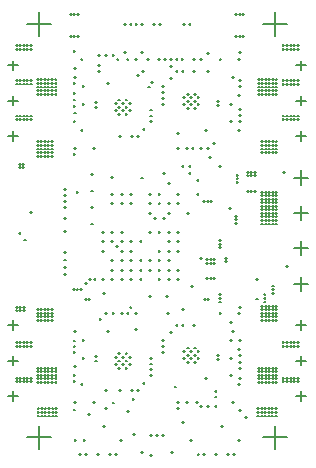
<source format=gbr>
G04*
G04 #@! TF.GenerationSoftware,Altium Limited,Altium Designer,24.1.2 (44)*
G04*
G04 Layer_Color=128*
%FSLAX25Y25*%
%MOIN*%
G70*
G04*
G04 #@! TF.SameCoordinates,8AA45DA3-EFE9-42F3-ADE2-6CCF78DF1A05*
G04*
G04*
G04 #@! TF.FilePolarity,Positive*
G04*
G01*
G75*
%ADD10C,0.00500*%
D10*
X96850Y98425D02*
X101575D01*
X99213Y96063D02*
Y100787D01*
X96850Y86614D02*
X101575D01*
X99213Y84252D02*
Y88976D01*
X7874Y149606D02*
X15748D01*
X11811Y145669D02*
Y153543D01*
X86614Y149606D02*
X94488D01*
X90551Y145669D02*
Y153543D01*
X7874Y11811D02*
X15748D01*
X11811Y7874D02*
Y15748D01*
X86614Y11811D02*
X94488D01*
X90551Y7874D02*
Y15748D01*
X1575Y124016D02*
X4724D01*
X3150Y122441D02*
Y125591D01*
X1575Y112205D02*
X4724D01*
X3150Y110630D02*
Y113779D01*
X1575Y135827D02*
X4724D01*
X3150Y134252D02*
Y137402D01*
X1575Y25591D02*
X4724D01*
X3150Y24016D02*
Y27165D01*
X1575Y49213D02*
X4724D01*
X3150Y47638D02*
Y50787D01*
X1575Y37402D02*
X4724D01*
X3150Y35827D02*
Y38976D01*
X97638Y124016D02*
X100787D01*
X99213Y122441D02*
Y125591D01*
X97638Y135827D02*
X100787D01*
X99213Y134252D02*
Y137402D01*
X97638Y112205D02*
X100787D01*
X99213Y110630D02*
Y113779D01*
X97638Y49213D02*
X100787D01*
X99213Y47638D02*
Y50787D01*
X97638Y25591D02*
X100787D01*
X99213Y24016D02*
Y27165D01*
X97638Y37402D02*
X100787D01*
X99213Y35827D02*
Y38976D01*
X96850Y74803D02*
X101575D01*
X99213Y72441D02*
Y77165D01*
X96850Y62992D02*
X101575D01*
X99213Y60630D02*
Y65354D01*
X68895Y90551D02*
X69485D01*
X69190Y90256D02*
Y90847D01*
X67714Y90551D02*
X68304D01*
X68009Y90256D02*
Y90847D01*
X25492Y61102D02*
X26083D01*
X25787Y60807D02*
Y61397D01*
X23130Y61102D02*
X23721D01*
X23425Y60807D02*
Y61397D01*
X24311Y61102D02*
X24902D01*
X24606Y60807D02*
Y61397D01*
X5119Y101772D02*
X5710D01*
X5414Y101476D02*
Y102067D01*
X6300Y101772D02*
X6891D01*
X6595Y101476D02*
Y102067D01*
X5119Y102953D02*
X5710D01*
X5414Y102657D02*
Y103248D01*
X6300Y102953D02*
X6891D01*
X6595Y102657D02*
Y103248D01*
X35925Y70866D02*
X36516D01*
X36220Y70571D02*
Y71161D01*
X33957Y53150D02*
X34547D01*
X34252Y52854D02*
Y53445D01*
X83405Y100295D02*
X83996D01*
X83701Y100000D02*
Y100591D01*
X81043Y100295D02*
X81634D01*
X81339Y100000D02*
Y100591D01*
X82224Y100295D02*
X82815D01*
X82520Y100000D02*
Y100591D01*
X81043Y99114D02*
X81634D01*
X81339Y98819D02*
Y99409D01*
X82224Y99114D02*
X82815D01*
X82520Y98819D02*
Y99409D01*
X83405Y99114D02*
X83996D01*
X83701Y98819D02*
Y99409D01*
X69941Y71161D02*
X70532D01*
X70236Y70866D02*
Y71457D01*
X68760Y71161D02*
X69350D01*
X69055Y70866D02*
Y71457D01*
X67579Y71161D02*
X68169D01*
X67874Y70866D02*
Y71457D01*
X69941Y69980D02*
X70532D01*
X70236Y69685D02*
Y70275D01*
X68760Y69980D02*
X69350D01*
X69055Y69685D02*
Y70275D01*
X67579Y69980D02*
X68169D01*
X67874Y69685D02*
Y70275D01*
X71752Y75197D02*
X72342D01*
X72047Y74902D02*
Y75492D01*
X71752Y76378D02*
X72342D01*
X72047Y76083D02*
Y76673D01*
X71752Y77559D02*
X72342D01*
X72047Y77264D02*
Y77854D01*
X67579Y64862D02*
X68169D01*
X67874Y64567D02*
Y65158D01*
X68760Y64862D02*
X69350D01*
X69055Y64567D02*
Y65158D01*
X69941Y64862D02*
X70532D01*
X70236Y64567D02*
Y65158D01*
X59547Y54528D02*
X60138D01*
X59842Y54232D02*
Y54823D01*
X75459Y44291D02*
X76049D01*
X75754Y43996D02*
Y44587D01*
X71161Y39370D02*
X71752D01*
X71457Y39075D02*
Y39665D01*
X71161Y37795D02*
X71752D01*
X71457Y37500D02*
Y38091D01*
X64075Y23622D02*
X64665D01*
X64370Y23327D02*
Y23917D01*
X37697Y137795D02*
X38287D01*
X37992Y137500D02*
Y138091D01*
X6398Y55315D02*
X6988D01*
X6693Y55020D02*
Y55610D01*
X6398Y54134D02*
X6988D01*
X6693Y53839D02*
Y54429D01*
X5217Y55315D02*
X5807D01*
X5512Y55020D02*
Y55610D01*
X5217Y54134D02*
X5807D01*
X5512Y53839D02*
Y54429D01*
X4035Y55315D02*
X4626D01*
X4331Y55020D02*
Y55610D01*
X4035Y54134D02*
X4626D01*
X4331Y53839D02*
Y54429D01*
X59350Y102362D02*
X59941D01*
X59646Y102067D02*
Y102657D01*
X53248Y99803D02*
X53839D01*
X53543Y99508D02*
Y100098D01*
X48947Y119094D02*
X49538D01*
X49242Y118799D02*
Y119389D01*
X68602Y105118D02*
X69193D01*
X68898Y104823D02*
Y105413D01*
X71752Y102362D02*
X72342D01*
X72047Y102067D02*
Y102657D01*
X8760Y87008D02*
X9350D01*
X9055Y86713D02*
Y87303D01*
X5020Y79921D02*
X5610D01*
X5315Y79626D02*
Y80216D01*
X6763Y77756D02*
X7354D01*
X7058Y77461D02*
Y78051D01*
X66533Y90551D02*
X67123D01*
X66828Y90256D02*
Y90847D01*
X64373Y92913D02*
X64963D01*
X64668Y92618D02*
Y93209D01*
X65453Y22244D02*
X66043D01*
X65748Y21949D02*
Y22539D01*
X70374Y27362D02*
X70965D01*
X70669Y27067D02*
Y27657D01*
X70374Y25394D02*
X70965D01*
X70669Y25098D02*
Y25689D01*
X45768Y140354D02*
X46358D01*
X46063Y140059D02*
Y140650D01*
X47736Y137795D02*
X48327D01*
X48031Y137500D02*
Y138091D01*
X51476Y137992D02*
X52067D01*
X51772Y137697D02*
Y138287D01*
X33959Y139173D02*
X34549D01*
X34254Y138878D02*
Y139469D01*
X39075Y64567D02*
X39665D01*
X39370Y64272D02*
Y64862D01*
X26673Y10827D02*
X27264D01*
X26969Y10531D02*
Y11122D01*
X84153Y58071D02*
X84744D01*
X84449Y57776D02*
Y58366D01*
X40060Y149606D02*
X40650D01*
X40355Y149311D02*
Y149902D01*
X61713Y149606D02*
X62303D01*
X62008Y149311D02*
Y149902D01*
X40059Y140354D02*
X40650D01*
X40354Y140059D02*
Y140650D01*
X41043Y137795D02*
X41634D01*
X41339Y137500D02*
Y138091D01*
X25689Y137795D02*
X26280D01*
X25984Y137500D02*
Y138091D01*
X23524Y134843D02*
X24114D01*
X23819Y134547D02*
Y135138D01*
X20177Y88583D02*
X20768D01*
X20472Y88287D02*
Y88878D01*
X17028Y128740D02*
X17618D01*
X17323Y128445D02*
Y129035D01*
X17028Y129921D02*
X17618D01*
X17323Y129626D02*
Y130217D01*
X17028Y131102D02*
X17618D01*
X17323Y130807D02*
Y131398D01*
X20177Y68504D02*
X20768D01*
X20472Y68209D02*
Y68799D01*
X23327Y152953D02*
X23917D01*
X23622Y152657D02*
Y153248D01*
X24508Y152953D02*
X25098D01*
X24803Y152657D02*
Y153248D01*
X22146Y152953D02*
X22736D01*
X22441Y152657D02*
Y153248D01*
X78445Y152953D02*
X79035D01*
X78740Y152657D02*
Y153248D01*
X79626Y152953D02*
X80216D01*
X79921Y152657D02*
Y153248D01*
X77264Y152953D02*
X77854D01*
X77559Y152657D02*
Y153248D01*
X61128Y39370D02*
X61718D01*
X61423Y39074D02*
Y39665D01*
X63490Y39370D02*
X64080D01*
X63785Y39074D02*
Y39665D01*
X62309Y38188D02*
X62899D01*
X62604Y37893D02*
Y38484D01*
X62309Y40551D02*
X62899D01*
X62604Y40255D02*
Y40846D01*
X59947Y38188D02*
X60537D01*
X60242Y37893D02*
Y38484D01*
X61128Y37007D02*
X61718D01*
X61423Y36712D02*
Y37303D01*
X63490Y37007D02*
X64080D01*
X63785Y36712D02*
Y37303D01*
X64671Y38188D02*
X65261D01*
X64966Y37893D02*
Y38484D01*
X64671Y40551D02*
X65261D01*
X64966Y40255D02*
Y40846D01*
X63490Y41732D02*
X64080D01*
X63785Y41436D02*
Y42027D01*
X61128Y41732D02*
X61718D01*
X61423Y41436D02*
Y42027D01*
X59947Y40551D02*
X60537D01*
X60242Y40255D02*
Y40846D01*
X52825Y40354D02*
X53415D01*
X53120Y40059D02*
Y40649D01*
X52825Y42323D02*
X53415D01*
X53120Y42028D02*
Y42618D01*
X38282Y122048D02*
X38872D01*
X38577Y121753D02*
Y122343D01*
X40644Y122048D02*
X41235D01*
X40939Y121753D02*
Y122343D01*
X39463Y120867D02*
X40054D01*
X39758Y120571D02*
Y121162D01*
X39463Y123229D02*
X40054D01*
X39758Y122934D02*
Y123524D01*
X37101Y120867D02*
X37691D01*
X37396Y120571D02*
Y121162D01*
X38282Y119685D02*
X38872D01*
X38577Y119390D02*
Y119981D01*
X40644Y119685D02*
X41235D01*
X40939Y119390D02*
Y119981D01*
X41825Y120867D02*
X42416D01*
X42121Y120571D02*
Y121162D01*
X41825Y123229D02*
X42416D01*
X42121Y122934D02*
Y123524D01*
X40644Y124410D02*
X41235D01*
X40939Y124115D02*
Y124705D01*
X38282Y124410D02*
X38872D01*
X38577Y124115D02*
Y124705D01*
X37101Y123229D02*
X37691D01*
X37396Y122934D02*
Y123524D01*
X57973Y108268D02*
X58563D01*
X58268Y107972D02*
Y108563D01*
X59947Y122834D02*
X60537D01*
X60242Y122539D02*
Y123129D01*
X57973Y113386D02*
X58563D01*
X58268Y113091D02*
Y113681D01*
X59947Y125196D02*
X60537D01*
X60242Y124901D02*
Y125492D01*
X61128Y124015D02*
X61718D01*
X61423Y123720D02*
Y124311D01*
X63490Y124015D02*
X64080D01*
X63785Y123720D02*
Y124311D01*
X62309Y122834D02*
X62899D01*
X62604Y122539D02*
Y123129D01*
X62309Y125196D02*
X62899D01*
X62604Y124901D02*
Y125492D01*
X61128Y121653D02*
X61718D01*
X61423Y121358D02*
Y121948D01*
X63490Y121653D02*
X64080D01*
X63785Y121358D02*
Y121948D01*
X64671Y122834D02*
X65261D01*
X64966Y122539D02*
Y123129D01*
X64671Y125196D02*
X65261D01*
X64966Y124901D02*
Y125492D01*
X63490Y126377D02*
X64080D01*
X63785Y126082D02*
Y126673D01*
X61128Y126377D02*
X61718D01*
X61423Y126082D02*
Y126673D01*
X37101Y38583D02*
X37691D01*
X37396Y38288D02*
Y38878D01*
X38282Y39764D02*
X38872D01*
X38577Y39469D02*
Y40060D01*
X40644Y39764D02*
X41235D01*
X40939Y39469D02*
Y40060D01*
X41825Y38583D02*
X42416D01*
X42121Y38288D02*
Y38878D01*
X41825Y36221D02*
X42416D01*
X42121Y35926D02*
Y36516D01*
X40644Y35040D02*
X41235D01*
X40939Y34745D02*
Y35335D01*
X38282Y35040D02*
X38872D01*
X38577Y34745D02*
Y35335D01*
X37101Y36221D02*
X37691D01*
X37396Y35926D02*
Y36516D01*
X39463Y38583D02*
X40054D01*
X39758Y38288D02*
Y38878D01*
X39463Y36221D02*
X40054D01*
X39758Y35926D02*
Y36516D01*
X40644Y37402D02*
X41235D01*
X40939Y37107D02*
Y37697D01*
X38282Y37402D02*
X38872D01*
X38577Y37107D02*
Y37697D01*
X55913Y6949D02*
X56504D01*
X56209Y6653D02*
Y7244D01*
X48917Y5856D02*
X49508D01*
X49213Y5561D02*
Y6152D01*
X80413Y18701D02*
X81004D01*
X80709Y18406D02*
Y18996D01*
X73721Y71655D02*
X74311D01*
X74016Y71359D02*
Y71950D01*
X54626Y53347D02*
X55216D01*
X54921Y53051D02*
Y53642D01*
X54232Y59055D02*
X54823D01*
X54528Y58760D02*
Y59350D01*
X45965Y98425D02*
X46555D01*
X46260Y98130D02*
Y98721D01*
X35728Y98622D02*
X36319D01*
X36024Y98327D02*
Y98917D01*
X61122Y86614D02*
X61712D01*
X61417Y86319D02*
Y86909D01*
X48524Y59055D02*
X49114D01*
X48819Y58760D02*
Y59350D01*
X42028Y55118D02*
X42618D01*
X42323Y54823D02*
Y55413D01*
X33169Y60039D02*
X33760D01*
X33465Y59744D02*
Y60335D01*
X65453Y71457D02*
X66043D01*
X65748Y71161D02*
Y71752D01*
X57973Y67716D02*
X58563D01*
X58268Y67421D02*
Y68011D01*
X57973Y74016D02*
X58563D01*
X58268Y73721D02*
Y74311D01*
X48524Y80315D02*
X49114D01*
X48819Y80020D02*
Y80610D01*
X51673Y80315D02*
X52263D01*
X51968Y80020D02*
Y80610D01*
X20177Y84842D02*
X20768D01*
X20472Y84547D02*
Y85138D01*
X43012Y24606D02*
X43602D01*
X43307Y24311D02*
Y24902D01*
X24311Y93504D02*
X24902D01*
X24606Y93209D02*
Y93799D01*
X54823Y89764D02*
X55413D01*
X55118Y89468D02*
Y90059D01*
X44587Y132555D02*
X45177D01*
X44882Y132260D02*
Y132850D01*
X48951Y117130D02*
X49542D01*
X49246Y116835D02*
Y117426D01*
X27067Y63189D02*
X27657D01*
X27362Y62894D02*
Y63484D01*
X20177Y71063D02*
X20768D01*
X20472Y70768D02*
Y71358D01*
X43799Y53150D02*
X44390D01*
X44094Y52854D02*
Y53445D01*
X57776Y21654D02*
X58366D01*
X58071Y21358D02*
Y21949D01*
X54823Y96457D02*
X55413D01*
X55118Y96161D02*
Y96752D01*
X46161Y134055D02*
X46752D01*
X46457Y133760D02*
Y134350D01*
X52824Y123031D02*
X53415D01*
X53120Y122736D02*
Y123327D01*
X48947Y38386D02*
X49538D01*
X49242Y38090D02*
Y38681D01*
X53248Y85039D02*
X53839D01*
X53543Y84744D02*
Y85335D01*
X50098Y85039D02*
X50689D01*
X50394Y84744D02*
Y85335D01*
X54823Y86614D02*
X55413D01*
X55118Y86319D02*
Y86909D01*
X75492Y50197D02*
X76083D01*
X75787Y49902D02*
Y50492D01*
X20177Y94488D02*
X20768D01*
X20472Y94193D02*
Y94784D01*
X20177Y66142D02*
X20768D01*
X20472Y65847D02*
Y66437D01*
X20177Y73622D02*
X20768D01*
X20472Y73327D02*
Y73917D01*
X28248Y19685D02*
X28839D01*
X28543Y19390D02*
Y19980D01*
X44390Y112205D02*
X44980D01*
X44685Y111909D02*
Y112500D01*
X55413Y135433D02*
X56004D01*
X55709Y135138D02*
Y135728D01*
X59332Y138011D02*
X59922D01*
X59627Y137716D02*
Y138306D01*
X63287Y137992D02*
X63878D01*
X63583Y137697D02*
Y138287D01*
X65453Y137992D02*
X66043D01*
X65748Y137697D02*
Y138287D01*
X67815Y139961D02*
X68405D01*
X68110Y139665D02*
Y140256D01*
X77658Y96949D02*
X78248D01*
X77953Y96653D02*
Y97244D01*
X28248Y57874D02*
X28839D01*
X28543Y57579D02*
Y58169D01*
X27067Y57874D02*
X27657D01*
X27362Y57579D02*
Y58169D01*
X20177Y80709D02*
X20768D01*
X20472Y80413D02*
Y81004D01*
X67923Y57874D02*
X68513D01*
X68218Y57579D02*
Y58169D01*
X66742Y57874D02*
X67332D01*
X67037Y57579D02*
Y58169D01*
X62596Y62205D02*
X63186D01*
X62891Y61910D02*
Y62500D01*
X81043Y93996D02*
X81634D01*
X81339Y93701D02*
Y94291D01*
X78445Y39173D02*
X79035D01*
X78740Y38878D02*
Y39469D01*
X77658Y99311D02*
X78248D01*
X77953Y99016D02*
Y99606D01*
X93076Y100330D02*
X93666D01*
X93371Y100034D02*
Y100625D01*
X61712Y99803D02*
X62303D01*
X62008Y99508D02*
Y100099D01*
X61712Y102362D02*
X62303D01*
X62008Y102067D02*
Y102657D01*
X94193Y68898D02*
X94784D01*
X94488Y68602D02*
Y69193D01*
X22146Y145472D02*
X22736D01*
X22441Y145177D02*
Y145768D01*
X24508Y145472D02*
X25098D01*
X24803Y145177D02*
Y145768D01*
X23327Y145472D02*
X23917D01*
X23622Y145177D02*
Y145768D01*
X77264Y145472D02*
X77854D01*
X77559Y145177D02*
Y145768D01*
X79626Y145472D02*
X80216D01*
X79921Y145177D02*
Y145768D01*
X78445Y145472D02*
X79035D01*
X78740Y145177D02*
Y145768D01*
X86713Y59449D02*
X87303D01*
X87008Y59153D02*
Y59744D01*
X86713Y57087D02*
X87303D01*
X87008Y56791D02*
Y57382D01*
X86713Y58268D02*
X87303D01*
X87008Y57973D02*
Y58563D01*
X89468Y62402D02*
X90059D01*
X89764Y62106D02*
Y62697D01*
X89468Y60039D02*
X90059D01*
X89764Y59744D02*
Y60335D01*
X89468Y61221D02*
X90059D01*
X89764Y60925D02*
Y61516D01*
X71752Y57087D02*
X72342D01*
X72047Y56791D02*
Y57382D01*
X71752Y59449D02*
X72342D01*
X72047Y59153D02*
Y59744D01*
X71752Y58268D02*
X72342D01*
X72047Y57973D02*
Y58563D01*
X84120Y64567D02*
X84711D01*
X84416Y64272D02*
Y64862D01*
X73721Y70474D02*
X74311D01*
X74016Y70178D02*
Y70769D01*
X77067Y83268D02*
X77657D01*
X77362Y82973D02*
Y83563D01*
X77067Y85630D02*
X77657D01*
X77362Y85335D02*
Y85925D01*
X77067Y84449D02*
X77657D01*
X77362Y84153D02*
Y84744D01*
X75065Y88189D02*
X75656D01*
X75361Y87894D02*
Y88484D01*
X64373Y97638D02*
X64963D01*
X64668Y97342D02*
Y97933D01*
X77658Y98130D02*
X78248D01*
X77953Y97835D02*
Y98425D01*
X85925Y93701D02*
X86516D01*
X86221Y93405D02*
Y93996D01*
X87106Y93701D02*
X87697D01*
X87402Y93405D02*
Y93996D01*
X85925Y90158D02*
X86516D01*
X86221Y89862D02*
Y90453D01*
X85925Y91339D02*
X86516D01*
X86221Y91043D02*
Y91634D01*
X85925Y92520D02*
X86516D01*
X86221Y92224D02*
Y92815D01*
X85925Y86614D02*
X86516D01*
X86221Y86319D02*
Y86909D01*
X85925Y87795D02*
X86516D01*
X86221Y87500D02*
Y88090D01*
X85925Y88976D02*
X86516D01*
X86221Y88681D02*
Y89272D01*
X87106Y90158D02*
X87697D01*
X87402Y89862D02*
Y90453D01*
X87106Y91339D02*
X87697D01*
X87402Y91043D02*
Y91634D01*
X87106Y92520D02*
X87697D01*
X87402Y92224D02*
Y92815D01*
X87106Y86614D02*
X87697D01*
X87402Y86319D02*
Y86909D01*
X87106Y87795D02*
X87697D01*
X87402Y87500D02*
Y88090D01*
X87106Y88976D02*
X87697D01*
X87402Y88681D02*
Y89272D01*
X82224Y93996D02*
X82815D01*
X82520Y93701D02*
Y94291D01*
X83405Y93996D02*
X83996D01*
X83701Y93701D02*
Y94291D01*
X88287Y93701D02*
X88878D01*
X88583Y93405D02*
Y93996D01*
X88287Y90158D02*
X88878D01*
X88583Y89862D02*
Y90453D01*
X88287Y91339D02*
X88878D01*
X88583Y91043D02*
Y91634D01*
X88287Y92520D02*
X88878D01*
X88583Y92224D02*
Y92815D01*
X89468Y91339D02*
X90059D01*
X89764Y91043D02*
Y91634D01*
X89468Y92520D02*
X90059D01*
X89764Y92224D02*
Y92815D01*
X89468Y93701D02*
X90059D01*
X89764Y93405D02*
Y93996D01*
X90650Y91339D02*
X91240D01*
X90945Y91043D02*
Y91634D01*
X90650Y92520D02*
X91240D01*
X90945Y92224D02*
Y92815D01*
X90650Y93701D02*
X91240D01*
X90945Y93405D02*
Y93996D01*
X90650Y90158D02*
X91240D01*
X90945Y89862D02*
Y90453D01*
X89468Y90158D02*
X90059D01*
X89764Y89862D02*
Y90453D01*
X90650Y88976D02*
X91240D01*
X90945Y88681D02*
Y89272D01*
X88287Y88976D02*
X88878D01*
X88583Y88681D02*
Y89272D01*
X89468Y88976D02*
X90059D01*
X89764Y88681D02*
Y89272D01*
X90650Y87795D02*
X91240D01*
X90945Y87500D02*
Y88090D01*
X88287Y87795D02*
X88878D01*
X88583Y87500D02*
Y88090D01*
X89468Y87795D02*
X90059D01*
X89764Y87500D02*
Y88090D01*
X90650Y86614D02*
X91240D01*
X90945Y86319D02*
Y86909D01*
X88287Y86614D02*
X88878D01*
X88583Y86319D02*
Y86909D01*
X89468Y86614D02*
X90059D01*
X89764Y86319D02*
Y86909D01*
X90650Y85433D02*
X91240D01*
X90945Y85138D02*
Y85728D01*
X88287Y85433D02*
X88878D01*
X88583Y85138D02*
Y85728D01*
X89468Y85433D02*
X90059D01*
X89764Y85138D02*
Y85728D01*
X87106Y85433D02*
X87697D01*
X87402Y85138D02*
Y85728D01*
X85925Y85433D02*
X86516D01*
X86221Y85138D02*
Y85728D01*
X90650Y84252D02*
X91240D01*
X90945Y83957D02*
Y84547D01*
X88287Y84252D02*
X88878D01*
X88583Y83957D02*
Y84547D01*
X89468Y84252D02*
X90059D01*
X89764Y83957D02*
Y84547D01*
X87106Y84252D02*
X87697D01*
X87402Y83957D02*
Y84547D01*
X85925Y84252D02*
X86516D01*
X86221Y83957D02*
Y84547D01*
X85925Y83071D02*
X86516D01*
X86221Y82776D02*
Y83366D01*
X87106Y83071D02*
X87697D01*
X87402Y82776D02*
Y83366D01*
X89468Y83071D02*
X90059D01*
X89764Y82776D02*
Y83366D01*
X88287Y83071D02*
X88878D01*
X88583Y82776D02*
Y83366D01*
X90650Y83071D02*
X91240D01*
X90945Y82776D02*
Y83366D01*
X87106Y108071D02*
X87697D01*
X87402Y107776D02*
Y108366D01*
X85925Y110433D02*
X86516D01*
X86221Y110138D02*
Y110728D01*
X87106Y110433D02*
X87697D01*
X87402Y110138D02*
Y110728D01*
X87106Y109252D02*
X87697D01*
X87402Y108957D02*
Y109547D01*
X90650Y106890D02*
X91240D01*
X90945Y106595D02*
Y107185D01*
X89468Y109252D02*
X90059D01*
X89764Y108957D02*
Y109547D01*
X88287Y106890D02*
X88878D01*
X88583Y106595D02*
Y107185D01*
X89468Y106890D02*
X90059D01*
X89764Y106595D02*
Y107185D01*
X88287Y109252D02*
X88878D01*
X88583Y108957D02*
Y109547D01*
X89468Y108071D02*
X90059D01*
X89764Y107776D02*
Y108366D01*
X89468Y110433D02*
X90059D01*
X89764Y110138D02*
Y110728D01*
X85925Y108071D02*
X86516D01*
X86221Y107776D02*
Y108366D01*
X87106Y106890D02*
X87697D01*
X87402Y106595D02*
Y107185D01*
X90650Y109252D02*
X91240D01*
X90945Y108957D02*
Y109547D01*
X88287Y108071D02*
X88878D01*
X88583Y107776D02*
Y108366D01*
X85925Y109252D02*
X86516D01*
X86221Y108957D02*
Y109547D01*
X88287Y110433D02*
X88878D01*
X88583Y110138D02*
Y110728D01*
X85925Y106890D02*
X86516D01*
X86221Y106595D02*
Y107185D01*
X90650Y108071D02*
X91240D01*
X90945Y107776D02*
Y108366D01*
X90650Y110433D02*
X91240D01*
X90945Y110138D02*
Y110728D01*
X41161Y20552D02*
X41751D01*
X41456Y20257D02*
Y20847D01*
X38740Y10827D02*
X39330D01*
X39035Y10531D02*
Y11122D01*
X23662Y10827D02*
X24252D01*
X23957Y10531D02*
Y11122D01*
X33178Y15551D02*
X33768D01*
X33473Y15256D02*
Y15846D01*
X31209Y6103D02*
X31799D01*
X31504Y5807D02*
Y6398D01*
X35146Y6103D02*
X35736D01*
X35441Y5807D02*
Y6398D01*
X37115Y6103D02*
X37705D01*
X37410Y5807D02*
Y6398D01*
X25304Y6103D02*
X25894D01*
X25599Y5807D02*
Y6398D01*
X27272Y6103D02*
X27862D01*
X27567Y5807D02*
Y6398D01*
X64674Y6103D02*
X65264D01*
X64969Y5807D02*
Y6398D01*
X70579Y6103D02*
X71169D01*
X70874Y5807D02*
Y6398D01*
X66642Y6103D02*
X67232D01*
X66937Y5807D02*
Y6398D01*
X74516Y6103D02*
X75106D01*
X74811Y5807D02*
Y6398D01*
X72548Y15551D02*
X73138D01*
X72843Y15256D02*
Y15846D01*
X78110Y10827D02*
X78700D01*
X78405Y10531D02*
Y11122D01*
X76485Y6103D02*
X77075D01*
X76780Y5807D02*
Y6398D01*
X37500Y75590D02*
X38091D01*
X37795Y75295D02*
Y75886D01*
X45374Y77165D02*
X45964D01*
X45669Y76870D02*
Y77460D01*
X42225Y77165D02*
X42815D01*
X42520Y76870D02*
Y77460D01*
X39075Y80315D02*
X39665D01*
X39370Y80020D02*
Y80610D01*
X51673Y67716D02*
X52264D01*
X51968Y67421D02*
Y68012D01*
X51673Y64567D02*
X52264D01*
X51968Y64272D02*
Y64862D01*
X60728Y23622D02*
X61319D01*
X61024Y23327D02*
Y23917D01*
X56988Y28740D02*
X57579D01*
X57284Y28445D02*
Y29035D01*
X57973Y64567D02*
X58563D01*
X58268Y64272D02*
Y64862D01*
X52854Y12598D02*
X53445D01*
X53150Y12303D02*
Y12894D01*
X54823Y80315D02*
X55413D01*
X55118Y80020D02*
Y80610D01*
X59547Y16929D02*
X60138D01*
X59842Y16634D02*
Y17224D01*
X54823Y67716D02*
X55413D01*
X55118Y67421D02*
Y68012D01*
X54823Y70866D02*
X55413D01*
X55118Y70571D02*
Y71161D01*
X55413Y46850D02*
X56004D01*
X55709Y46555D02*
Y47146D01*
X52825Y44291D02*
X53415D01*
X53120Y43996D02*
Y44586D01*
X51673Y70866D02*
X52264D01*
X51968Y70571D02*
Y71161D01*
X42224Y70866D02*
X42815D01*
X42520Y70571D02*
Y71161D01*
X57973Y80315D02*
X58563D01*
X58268Y80020D02*
Y80610D01*
X57973Y77165D02*
X58563D01*
X58268Y76870D02*
Y77460D01*
X62166Y11000D02*
X62756D01*
X62461Y10705D02*
Y11295D01*
X42224Y74016D02*
X42815D01*
X42520Y73721D02*
Y74311D01*
X45374Y70866D02*
X45965D01*
X45669Y70571D02*
Y71161D01*
X42421Y27559D02*
X43012D01*
X42717Y27264D02*
Y27854D01*
X45374Y67716D02*
X45965D01*
X45669Y67421D02*
Y68012D01*
X45374Y64567D02*
X45965D01*
X45669Y64272D02*
Y64862D01*
X48524Y67716D02*
X49114D01*
X48819Y67421D02*
Y68012D01*
X54823Y77165D02*
X55413D01*
X55118Y76870D02*
Y77461D01*
X54823Y74016D02*
X55413D01*
X55118Y73721D02*
Y74311D01*
X54823Y64567D02*
X55413D01*
X55118Y64272D02*
Y64862D01*
X45917Y6889D02*
X46508D01*
X46213Y6594D02*
Y7185D01*
X42224Y64567D02*
X42815D01*
X42520Y64272D02*
Y64862D01*
X51673Y74016D02*
X52264D01*
X51968Y73721D02*
Y74311D01*
X48524Y70866D02*
X49114D01*
X48819Y70571D02*
Y71161D01*
X43209Y12795D02*
X43799D01*
X43504Y12500D02*
Y13091D01*
X48917Y12598D02*
X49508D01*
X49213Y12303D02*
Y12894D01*
X50886Y12598D02*
X51476D01*
X51181Y12303D02*
Y12894D01*
X30020Y64567D02*
X30610D01*
X30315Y64272D02*
Y64862D01*
X36319Y53150D02*
X36909D01*
X36614Y52854D02*
Y53445D01*
X39075Y53150D02*
X39665D01*
X39370Y52854D02*
Y53445D01*
X41043Y53150D02*
X41634D01*
X41339Y52854D02*
Y53445D01*
X28445Y64567D02*
X29035D01*
X28740Y64272D02*
Y64862D01*
X35925Y67716D02*
X36516D01*
X36220Y67421D02*
Y68012D01*
X39075Y67716D02*
X39665D01*
X39370Y67421D02*
Y68012D01*
X42224Y67716D02*
X42815D01*
X42520Y67421D02*
Y68012D01*
X32776Y74016D02*
X33366D01*
X33071Y73721D02*
Y74311D01*
X20177Y90551D02*
X20768D01*
X20472Y90256D02*
Y90847D01*
X39075Y70866D02*
X39665D01*
X39370Y70571D02*
Y71161D01*
X39075Y77165D02*
X39665D01*
X39370Y76870D02*
Y77461D01*
X35925Y77165D02*
X36516D01*
X36220Y76870D02*
Y77461D01*
X35925Y80315D02*
X36516D01*
X36220Y80020D02*
Y80610D01*
X39075Y74016D02*
X39665D01*
X39370Y73721D02*
Y74311D01*
X20177Y92716D02*
X20768D01*
X20472Y92421D02*
Y93012D01*
X32776Y77106D02*
X33366D01*
X33071Y76811D02*
Y77401D01*
X35925Y64567D02*
X36515D01*
X36220Y64272D02*
Y64862D01*
X32776Y64567D02*
X33366D01*
X33071Y64272D02*
Y64862D01*
X35925Y89764D02*
X36516D01*
X36220Y89468D02*
Y90059D01*
X29232Y83071D02*
X29823D01*
X29528Y82776D02*
Y83366D01*
X29232Y88583D02*
X29823D01*
X29528Y88287D02*
Y88878D01*
X29232Y94095D02*
X29823D01*
X29528Y93799D02*
Y94390D01*
X29232Y99606D02*
X29823D01*
X29528Y99311D02*
Y99902D01*
X23327Y140551D02*
X23917D01*
X23622Y140256D02*
Y140847D01*
X23327Y106299D02*
X23917D01*
X23622Y106004D02*
Y106595D01*
X32776Y80315D02*
X33366D01*
X33071Y80020D02*
Y80610D01*
X23327Y117126D02*
X23917D01*
X23622Y116831D02*
Y117421D01*
X23327Y129921D02*
X23917D01*
X23622Y129626D02*
Y130217D01*
X35925Y92913D02*
X36516D01*
X36220Y92618D02*
Y93209D01*
X36319Y139173D02*
X36909D01*
X36614Y138878D02*
Y139469D01*
X43996Y149606D02*
X44586D01*
X44291Y149311D02*
Y149902D01*
X45964Y149606D02*
X46554D01*
X46259Y149311D02*
Y149902D01*
X46358Y114567D02*
X46949D01*
X46654Y114272D02*
Y114862D01*
X48947Y121063D02*
X49538D01*
X49242Y120768D02*
Y121359D01*
X43799Y137795D02*
X44390D01*
X44094Y137500D02*
Y138091D01*
X42028Y149606D02*
X42618D01*
X42323Y149311D02*
Y149902D01*
X48524Y92913D02*
X49114D01*
X48819Y92618D02*
Y93209D01*
X51673Y92913D02*
X52264D01*
X51968Y92618D02*
Y93209D01*
X48130Y128740D02*
X48720D01*
X48425Y128445D02*
Y129035D01*
X49114Y130315D02*
X49705D01*
X49409Y130020D02*
Y130610D01*
X39075Y89764D02*
X39665D01*
X39370Y89468D02*
Y90059D01*
X39075Y92913D02*
X39665D01*
X39370Y92618D02*
Y93209D01*
X42224Y92913D02*
X42815D01*
X42520Y92618D02*
Y93209D01*
X42224Y89764D02*
X42815D01*
X42520Y89468D02*
Y90059D01*
X49902Y149606D02*
X50492D01*
X50197Y149311D02*
Y149902D01*
X51870Y149606D02*
X52461D01*
X52165Y149311D02*
Y149902D01*
X48524Y86614D02*
X49114D01*
X48819Y86319D02*
Y86909D01*
X48524Y89764D02*
X49114D01*
X48819Y89468D02*
Y90059D01*
X52825Y128937D02*
X53415D01*
X53120Y128641D02*
Y129232D01*
X55413Y131496D02*
X56004D01*
X55709Y131201D02*
Y131791D01*
X53445Y137992D02*
X54035D01*
X53740Y137697D02*
Y138287D01*
X55413Y137992D02*
X56004D01*
X55709Y137697D02*
Y138287D01*
X59350Y133858D02*
X59941D01*
X59646Y133563D02*
Y134153D01*
X57382Y137992D02*
X57972D01*
X57677Y137697D02*
Y138287D01*
X51673Y89764D02*
X52264D01*
X51968Y89468D02*
Y90059D01*
X63287Y133858D02*
X63878D01*
X63583Y133563D02*
Y134153D01*
X59744Y149606D02*
X60335D01*
X60039Y149311D02*
Y149902D01*
X57382Y133858D02*
X57972D01*
X57677Y133563D02*
Y134153D01*
X60728Y108268D02*
X61319D01*
X61024Y107972D02*
Y108563D01*
X57973Y89764D02*
X58563D01*
X58268Y89469D02*
Y90059D01*
X57973Y92913D02*
X58563D01*
X58268Y92618D02*
Y93208D01*
X94193Y141339D02*
X94784D01*
X94488Y141043D02*
Y141634D01*
X93012Y141339D02*
X93602D01*
X93307Y141043D02*
Y141634D01*
X95374Y142520D02*
X95965D01*
X95669Y142224D02*
Y142815D01*
X95374Y141339D02*
X95965D01*
X95669Y141043D02*
Y141634D01*
X94193Y142520D02*
X94784D01*
X94488Y142224D02*
Y142815D01*
X93012Y142520D02*
X93602D01*
X93307Y142224D02*
Y142815D01*
X96555Y142520D02*
X97146D01*
X96850Y142224D02*
Y142815D01*
X96555Y141339D02*
X97146D01*
X96850Y141043D02*
Y141634D01*
X97736Y142520D02*
X98327D01*
X98032Y142224D02*
Y142815D01*
X97736Y141339D02*
X98327D01*
X98032Y141043D02*
Y141634D01*
X4036Y141340D02*
X4627D01*
X4332Y141044D02*
Y141635D01*
X4036Y142521D02*
X4627D01*
X4332Y142225D02*
Y142816D01*
X5218Y141340D02*
X5808D01*
X5513Y141044D02*
Y141635D01*
X5218Y142521D02*
X5808D01*
X5513Y142225D02*
Y142816D01*
X6399Y141340D02*
X6989D01*
X6694Y141044D02*
Y141635D01*
X6399Y142521D02*
X6989D01*
X6694Y142225D02*
Y142816D01*
X7580Y141340D02*
X8170D01*
X7875Y141044D02*
Y141635D01*
X7580Y142521D02*
X8170D01*
X7875Y142225D02*
Y142816D01*
X8761Y141340D02*
X9351D01*
X9056Y141044D02*
Y141635D01*
X8761Y142521D02*
X9351D01*
X9056Y142225D02*
Y142816D01*
X84547Y21457D02*
X85138D01*
X84842Y21161D02*
Y21752D01*
X85728Y21457D02*
X86319D01*
X86024Y21161D02*
Y21752D01*
X86910Y21457D02*
X87500D01*
X87205Y21161D02*
Y21752D01*
X88090Y21457D02*
X88681D01*
X88386Y21161D02*
Y21752D01*
X88090Y19094D02*
X88681D01*
X88386Y18799D02*
Y19390D01*
X89272Y19094D02*
X89862D01*
X89567Y18799D02*
Y19390D01*
X90453Y19094D02*
X91043D01*
X90748Y18799D02*
Y19390D01*
X86910Y19094D02*
X87500D01*
X87205Y18799D02*
Y19390D01*
X85728Y19094D02*
X86319D01*
X86024Y18799D02*
Y19390D01*
X84547Y19094D02*
X85138D01*
X84842Y18799D02*
Y19390D01*
X88090Y20276D02*
X88681D01*
X88386Y19980D02*
Y20571D01*
X89272Y20276D02*
X89862D01*
X89567Y19980D02*
Y20571D01*
X90453Y20276D02*
X91043D01*
X90748Y19980D02*
Y20571D01*
X86910Y20276D02*
X87500D01*
X87205Y19980D02*
Y20571D01*
X85728Y20276D02*
X86319D01*
X86024Y19980D02*
Y20571D01*
X84547Y20276D02*
X85138D01*
X84842Y19980D02*
Y20571D01*
X89272Y21457D02*
X89862D01*
X89567Y21161D02*
Y21752D01*
X90453Y21457D02*
X91043D01*
X90748Y21161D02*
Y21752D01*
X93012Y30510D02*
X93602D01*
X93307Y30215D02*
Y30805D01*
X93012Y31691D02*
X93602D01*
X93307Y31396D02*
Y31986D01*
X94193Y30510D02*
X94784D01*
X94488Y30215D02*
Y30805D01*
X94193Y31691D02*
X94784D01*
X94488Y31396D02*
Y31986D01*
X95374Y30510D02*
X95965D01*
X95669Y30215D02*
Y30805D01*
X95374Y31691D02*
X95965D01*
X95669Y31396D02*
Y31986D01*
X96555Y30510D02*
X97146D01*
X96850Y30215D02*
Y30805D01*
X96555Y31691D02*
X97146D01*
X96850Y31396D02*
Y31986D01*
X97736Y30510D02*
X98327D01*
X98032Y30215D02*
Y30805D01*
X97736Y31691D02*
X98327D01*
X98032Y31396D02*
Y31986D01*
X97736Y43502D02*
X98327D01*
X98032Y43207D02*
Y43797D01*
X97736Y42321D02*
X98327D01*
X98032Y42026D02*
Y42616D01*
X96555Y43502D02*
X97146D01*
X96850Y43207D02*
Y43797D01*
X96555Y42321D02*
X97146D01*
X96850Y42026D02*
Y42616D01*
X95374Y43502D02*
X95965D01*
X95669Y43207D02*
Y43797D01*
X95374Y42321D02*
X95965D01*
X95669Y42026D02*
Y42616D01*
X94193Y43502D02*
X94784D01*
X94488Y43207D02*
Y43797D01*
X94193Y42321D02*
X94784D01*
X94488Y42026D02*
Y42616D01*
X93012Y43502D02*
X93602D01*
X93307Y43207D02*
Y43797D01*
X93012Y42321D02*
X93602D01*
X93307Y42026D02*
Y42616D01*
X8761Y130906D02*
X9351D01*
X9056Y130611D02*
Y131202D01*
X8761Y129725D02*
X9351D01*
X9056Y129430D02*
Y130021D01*
X7580Y130906D02*
X8170D01*
X7875Y130611D02*
Y131202D01*
X7580Y129725D02*
X8170D01*
X7875Y129430D02*
Y130021D01*
X6399Y130906D02*
X6989D01*
X6694Y130611D02*
Y131202D01*
X6399Y129725D02*
X6989D01*
X6694Y129430D02*
Y130021D01*
X5218Y130906D02*
X5808D01*
X5513Y130611D02*
Y131202D01*
X5218Y129725D02*
X5808D01*
X5513Y129430D02*
Y130021D01*
X4036Y130906D02*
X4627D01*
X4332Y130611D02*
Y131202D01*
X4036Y129725D02*
X4627D01*
X4332Y129430D02*
Y130021D01*
X4036Y117914D02*
X4627D01*
X4332Y117619D02*
Y118210D01*
X4036Y119095D02*
X4627D01*
X4332Y118800D02*
Y119391D01*
X5218Y117914D02*
X5808D01*
X5513Y117619D02*
Y118210D01*
X5218Y119095D02*
X5808D01*
X5513Y118800D02*
Y119391D01*
X6399Y117914D02*
X6989D01*
X6694Y117619D02*
Y118210D01*
X6399Y119095D02*
X6989D01*
X6694Y118800D02*
Y119391D01*
X7580Y117914D02*
X8170D01*
X7875Y117619D02*
Y118210D01*
X7580Y119095D02*
X8170D01*
X7875Y118800D02*
Y119391D01*
X8761Y117914D02*
X9351D01*
X9056Y117619D02*
Y118210D01*
X8761Y119095D02*
X9351D01*
X9056Y118800D02*
Y119391D01*
X93012Y117913D02*
X93602D01*
X93307Y117618D02*
Y118209D01*
X93012Y119095D02*
X93602D01*
X93307Y118799D02*
Y119390D01*
X94193Y117913D02*
X94784D01*
X94488Y117618D02*
Y118209D01*
X94193Y119095D02*
X94784D01*
X94488Y118799D02*
Y119390D01*
X95374Y117913D02*
X95965D01*
X95669Y117618D02*
Y118209D01*
X95374Y119095D02*
X95965D01*
X95669Y118799D02*
Y119390D01*
X96555Y117913D02*
X97146D01*
X96850Y117618D02*
Y118209D01*
X96555Y119095D02*
X97146D01*
X96850Y118799D02*
Y119390D01*
X97736Y117913D02*
X98327D01*
X98032Y117618D02*
Y118209D01*
X97736Y119095D02*
X98327D01*
X98032Y118799D02*
Y119390D01*
X97736Y130905D02*
X98327D01*
X98032Y130610D02*
Y131201D01*
X97736Y129724D02*
X98327D01*
X98032Y129429D02*
Y130020D01*
X96555Y130905D02*
X97146D01*
X96850Y130610D02*
Y131201D01*
X96555Y129724D02*
X97146D01*
X96850Y129429D02*
Y130020D01*
X95374Y130905D02*
X95965D01*
X95669Y130610D02*
Y131201D01*
X95374Y129724D02*
X95965D01*
X95669Y129429D02*
Y130020D01*
X94193Y130905D02*
X94784D01*
X94488Y130610D02*
Y131201D01*
X94193Y129724D02*
X94784D01*
X94488Y129429D02*
Y130020D01*
X93012Y130905D02*
X93602D01*
X93307Y130610D02*
Y131201D01*
X93012Y129724D02*
X93602D01*
X93307Y129429D02*
Y130020D01*
X8760Y31693D02*
X9350D01*
X9055Y31398D02*
Y31988D01*
X8760Y30512D02*
X9350D01*
X9055Y30217D02*
Y30807D01*
X7579Y31693D02*
X8169D01*
X7874Y31398D02*
Y31988D01*
X7579Y30512D02*
X8169D01*
X7874Y30217D02*
Y30807D01*
X6398Y31693D02*
X6988D01*
X6693Y31398D02*
Y31988D01*
X6398Y30512D02*
X6988D01*
X6693Y30217D02*
Y30807D01*
X5217Y31693D02*
X5807D01*
X5512Y31398D02*
Y31988D01*
X5217Y30512D02*
X5807D01*
X5512Y30217D02*
Y30807D01*
X4035Y31693D02*
X4626D01*
X4331Y31398D02*
Y31988D01*
X4035Y30512D02*
X4626D01*
X4331Y30217D02*
Y30807D01*
X4035Y42323D02*
X4626D01*
X4331Y42028D02*
Y42618D01*
X4035Y43504D02*
X4626D01*
X4331Y43209D02*
Y43799D01*
X5217Y42323D02*
X5807D01*
X5512Y42028D02*
Y42618D01*
X5217Y43504D02*
X5807D01*
X5512Y43209D02*
Y43799D01*
X6398Y42323D02*
X6988D01*
X6693Y42028D02*
Y42618D01*
X6398Y43504D02*
X6988D01*
X6693Y43209D02*
Y43799D01*
X7579Y42323D02*
X8169D01*
X7874Y42028D02*
Y42618D01*
X7579Y43504D02*
X8169D01*
X7874Y43209D02*
Y43799D01*
X8760Y42323D02*
X9350D01*
X9055Y42028D02*
Y42618D01*
X8760Y43504D02*
X9350D01*
X9055Y43209D02*
Y43799D01*
X11319Y19094D02*
X11909D01*
X11614Y18799D02*
Y19390D01*
X12500Y19094D02*
X13091D01*
X12795Y18799D02*
Y19390D01*
X13681Y19094D02*
X14272D01*
X13976Y18799D02*
Y19390D01*
X17224Y19094D02*
X17815D01*
X17520Y18799D02*
Y19390D01*
X16043Y19094D02*
X16634D01*
X16339Y18799D02*
Y19390D01*
X14862Y19094D02*
X15453D01*
X15157Y18799D02*
Y19390D01*
X14862Y20276D02*
X15453D01*
X15157Y19980D02*
Y20571D01*
X16043Y20276D02*
X16634D01*
X16339Y19980D02*
Y20571D01*
X17224Y20276D02*
X17815D01*
X17520Y19980D02*
Y20571D01*
X13681Y20276D02*
X14272D01*
X13976Y19980D02*
Y20571D01*
X12500Y20276D02*
X13091D01*
X12795Y19980D02*
Y20571D01*
X11319Y20276D02*
X11909D01*
X11614Y19980D02*
Y20571D01*
X17224Y21457D02*
X17815D01*
X17520Y21161D02*
Y21752D01*
X16043Y21457D02*
X16634D01*
X16339Y21161D02*
Y21752D01*
X14862Y21457D02*
X15453D01*
X15157Y21161D02*
Y21752D01*
X13681Y21457D02*
X14272D01*
X13976Y21161D02*
Y21752D01*
X12500Y21457D02*
X13091D01*
X12795Y21161D02*
Y21752D01*
X11319Y21457D02*
X11909D01*
X11614Y21161D02*
Y21752D01*
X15846Y54528D02*
X16437D01*
X16142Y54232D02*
Y54823D01*
X15846Y53347D02*
X16437D01*
X16142Y53051D02*
Y53642D01*
X15846Y52165D02*
X16437D01*
X16142Y51870D02*
Y52461D01*
X15846Y50984D02*
X16437D01*
X16142Y50689D02*
Y51279D01*
X11122Y54527D02*
X11713D01*
X11417Y54232D02*
Y54823D01*
X12303Y54527D02*
X12894D01*
X12598Y54232D02*
Y54823D01*
X13484Y54527D02*
X14075D01*
X13780Y54232D02*
Y54823D01*
X14665Y54527D02*
X15256D01*
X14961Y54232D02*
Y54823D01*
X11122Y53347D02*
X11713D01*
X11417Y53051D02*
Y53642D01*
X12303Y53347D02*
X12894D01*
X12598Y53051D02*
Y53642D01*
X13484Y53347D02*
X14075D01*
X13780Y53051D02*
Y53642D01*
X14665Y53347D02*
X15256D01*
X14961Y53051D02*
Y53642D01*
X14665Y52165D02*
X15256D01*
X14961Y51870D02*
Y52461D01*
X13484Y52165D02*
X14075D01*
X13780Y51870D02*
Y52461D01*
X12303Y52165D02*
X12894D01*
X12598Y51870D02*
Y52461D01*
X11122Y52165D02*
X11713D01*
X11417Y51870D02*
Y52461D01*
X11122Y50984D02*
X11713D01*
X11417Y50689D02*
Y51279D01*
X12303Y50984D02*
X12894D01*
X12598Y50689D02*
Y51279D01*
X13484Y50984D02*
X14075D01*
X13780Y50689D02*
Y51279D01*
X14665Y50984D02*
X15256D01*
X14961Y50689D02*
Y51279D01*
X90650Y131102D02*
X91240D01*
X90945Y130807D02*
Y131398D01*
X89468Y131102D02*
X90059D01*
X89764Y130807D02*
Y131398D01*
X88287Y131102D02*
X88878D01*
X88583Y130807D02*
Y131398D01*
X87106Y131102D02*
X87697D01*
X87402Y130807D02*
Y131398D01*
X85925Y131102D02*
X86516D01*
X86221Y130807D02*
Y131398D01*
X84744Y131102D02*
X85335D01*
X85039Y130807D02*
Y131398D01*
X90650Y129921D02*
X91240D01*
X90945Y129626D02*
Y130217D01*
X89468Y129921D02*
X90059D01*
X89764Y129626D02*
Y130217D01*
X88287Y129921D02*
X88878D01*
X88583Y129626D02*
Y130217D01*
X87106Y129921D02*
X87697D01*
X87402Y129626D02*
Y130217D01*
X85925Y129921D02*
X86516D01*
X86221Y129626D02*
Y130217D01*
X84744Y129921D02*
X85335D01*
X85039Y129626D02*
Y130217D01*
X84744Y128740D02*
X85335D01*
X85039Y128445D02*
Y129035D01*
X85925Y128740D02*
X86516D01*
X86221Y128445D02*
Y129035D01*
X87106Y128740D02*
X87697D01*
X87402Y128445D02*
Y129035D01*
X88287Y128740D02*
X88878D01*
X88583Y128445D02*
Y129035D01*
X89468Y128740D02*
X90059D01*
X89764Y128445D02*
Y129035D01*
X90650Y128740D02*
X91240D01*
X90945Y128445D02*
Y129035D01*
X84744Y127559D02*
X85335D01*
X85039Y127264D02*
Y127854D01*
X85925Y127559D02*
X86516D01*
X86221Y127264D02*
Y127854D01*
X87106Y127559D02*
X87697D01*
X87402Y127264D02*
Y127854D01*
X88287Y127559D02*
X88878D01*
X88583Y127264D02*
Y127854D01*
X89468Y127559D02*
X90059D01*
X89764Y127264D02*
Y127854D01*
X90650Y127559D02*
X91240D01*
X90945Y127264D02*
Y127854D01*
X90650Y126378D02*
X91240D01*
X90945Y126083D02*
Y126673D01*
X89468Y126378D02*
X90059D01*
X89764Y126083D02*
Y126673D01*
X88287Y126378D02*
X88878D01*
X88583Y126083D02*
Y126673D01*
X87106Y126378D02*
X87697D01*
X87402Y126083D02*
Y126673D01*
X85925Y126378D02*
X86516D01*
X86221Y126083D02*
Y126673D01*
X84744Y126378D02*
X85335D01*
X85039Y126083D02*
Y126673D01*
X17028Y35039D02*
X17618D01*
X17323Y34744D02*
Y35335D01*
X15846Y35039D02*
X16437D01*
X16142Y34744D02*
Y35335D01*
X14665Y35039D02*
X15256D01*
X14961Y34744D02*
Y35335D01*
X13484Y35039D02*
X14075D01*
X13780Y34744D02*
Y35335D01*
X12303Y35039D02*
X12894D01*
X12598Y34744D02*
Y35335D01*
X11122Y35039D02*
X11713D01*
X11417Y34744D02*
Y35335D01*
X11122Y33858D02*
X11713D01*
X11417Y33563D02*
Y34154D01*
X12303Y33858D02*
X12894D01*
X12598Y33563D02*
Y34154D01*
X13484Y33858D02*
X14075D01*
X13780Y33563D02*
Y34154D01*
X14665Y33858D02*
X15256D01*
X14961Y33563D02*
Y34154D01*
X15846Y33858D02*
X16437D01*
X16142Y33563D02*
Y34154D01*
X17028Y33858D02*
X17618D01*
X17323Y33563D02*
Y34154D01*
X11122Y32677D02*
X11713D01*
X11417Y32382D02*
Y32972D01*
X12303Y32677D02*
X12894D01*
X12598Y32382D02*
Y32972D01*
X13484Y32677D02*
X14075D01*
X13780Y32382D02*
Y32972D01*
X14665Y32677D02*
X15256D01*
X14961Y32382D02*
Y32972D01*
X15846Y32677D02*
X16437D01*
X16142Y32382D02*
Y32972D01*
X17028Y32677D02*
X17618D01*
X17323Y32382D02*
Y32972D01*
X17028Y31496D02*
X17618D01*
X17323Y31201D02*
Y31791D01*
X15846Y31496D02*
X16437D01*
X16142Y31201D02*
Y31791D01*
X14665Y31496D02*
X15256D01*
X14961Y31201D02*
Y31791D01*
X13484Y31496D02*
X14075D01*
X13780Y31201D02*
Y31791D01*
X12303Y31496D02*
X12894D01*
X12598Y31201D02*
Y31791D01*
X11122Y31496D02*
X11713D01*
X11417Y31201D02*
Y31791D01*
X17028Y30315D02*
X17618D01*
X17323Y30020D02*
Y30610D01*
X15846Y30315D02*
X16437D01*
X16142Y30020D02*
Y30610D01*
X14665Y30315D02*
X15256D01*
X14961Y30020D02*
Y30610D01*
X13484Y30315D02*
X14075D01*
X13780Y30020D02*
Y30610D01*
X12303Y30315D02*
X12894D01*
X12598Y30020D02*
Y30610D01*
X11122Y30315D02*
X11713D01*
X11417Y30020D02*
Y30610D01*
X90650Y50984D02*
X91240D01*
X90945Y50689D02*
Y51279D01*
X89468Y50984D02*
X90059D01*
X89764Y50689D02*
Y51279D01*
X88287Y50984D02*
X88878D01*
X88583Y50689D02*
Y51279D01*
X87106Y50984D02*
X87697D01*
X87402Y50689D02*
Y51279D01*
X85925Y50984D02*
X86516D01*
X86221Y50689D02*
Y51279D01*
X90650Y52165D02*
X91240D01*
X90945Y51870D02*
Y52461D01*
X89468Y52165D02*
X90059D01*
X89764Y51870D02*
Y52461D01*
X88287Y52165D02*
X88878D01*
X88583Y51870D02*
Y52461D01*
X87106Y52165D02*
X87697D01*
X87402Y51870D02*
Y52461D01*
X85925Y52165D02*
X86516D01*
X86221Y51870D02*
Y52461D01*
X90650Y53347D02*
X91240D01*
X90945Y53051D02*
Y53642D01*
X89468Y53347D02*
X90059D01*
X89764Y53051D02*
Y53642D01*
X88287Y53347D02*
X88878D01*
X88583Y53051D02*
Y53642D01*
X87106Y53347D02*
X87697D01*
X87402Y53051D02*
Y53642D01*
X85925Y53347D02*
X86516D01*
X86221Y53051D02*
Y53642D01*
X90650Y54528D02*
X91240D01*
X90945Y54232D02*
Y54823D01*
X89468Y54528D02*
X90059D01*
X89764Y54232D02*
Y54823D01*
X88287Y54528D02*
X88878D01*
X88583Y54232D02*
Y54823D01*
X87106Y54528D02*
X87697D01*
X87402Y54232D02*
Y54823D01*
X85925Y54528D02*
X86516D01*
X86221Y54232D02*
Y54823D01*
X90650Y55709D02*
X91240D01*
X90945Y55413D02*
Y56004D01*
X89468Y55709D02*
X90059D01*
X89764Y55413D02*
Y56004D01*
X88287Y55709D02*
X88878D01*
X88583Y55413D02*
Y56004D01*
X87106Y55709D02*
X87697D01*
X87402Y55413D02*
Y56004D01*
X85925Y55709D02*
X86516D01*
X86221Y55413D02*
Y56004D01*
X84744Y30315D02*
X85335D01*
X85039Y30020D02*
Y30610D01*
X85925Y30315D02*
X86516D01*
X86221Y30020D02*
Y30610D01*
X87106Y30315D02*
X87697D01*
X87402Y30020D02*
Y30610D01*
X88287Y30315D02*
X88878D01*
X88583Y30020D02*
Y30610D01*
X89468Y30315D02*
X90059D01*
X89764Y30020D02*
Y30610D01*
X90650Y30315D02*
X91240D01*
X90945Y30020D02*
Y30610D01*
X84744Y31496D02*
X85335D01*
X85039Y31201D02*
Y31791D01*
X85925Y31496D02*
X86516D01*
X86221Y31201D02*
Y31791D01*
X87106Y31496D02*
X87697D01*
X87402Y31201D02*
Y31791D01*
X88287Y31496D02*
X88878D01*
X88583Y31201D02*
Y31791D01*
X89468Y31496D02*
X90059D01*
X89764Y31201D02*
Y31791D01*
X90650Y31496D02*
X91240D01*
X90945Y31201D02*
Y31791D01*
X90650Y32677D02*
X91240D01*
X90945Y32382D02*
Y32972D01*
X89468Y32677D02*
X90059D01*
X89764Y32382D02*
Y32972D01*
X88287Y32677D02*
X88878D01*
X88583Y32382D02*
Y32972D01*
X87106Y32677D02*
X87697D01*
X87402Y32382D02*
Y32972D01*
X85925Y32677D02*
X86516D01*
X86221Y32382D02*
Y32972D01*
X84744Y32677D02*
X85335D01*
X85039Y32382D02*
Y32972D01*
X90650Y33858D02*
X91240D01*
X90945Y33563D02*
Y34154D01*
X89468Y33858D02*
X90059D01*
X89764Y33563D02*
Y34154D01*
X88287Y33858D02*
X88878D01*
X88583Y33563D02*
Y34154D01*
X87106Y33858D02*
X87697D01*
X87402Y33563D02*
Y34154D01*
X85925Y33858D02*
X86516D01*
X86221Y33563D02*
Y34154D01*
X84744Y33858D02*
X85335D01*
X85039Y33563D02*
Y34154D01*
X90650Y35039D02*
X91240D01*
X90945Y34744D02*
Y35335D01*
X89468Y35039D02*
X90059D01*
X89764Y34744D02*
Y35335D01*
X88287Y35039D02*
X88878D01*
X88583Y34744D02*
Y35335D01*
X87106Y35039D02*
X87697D01*
X87402Y34744D02*
Y35335D01*
X85925Y35039D02*
X86516D01*
X86221Y34744D02*
Y35335D01*
X84744Y35039D02*
X85335D01*
X85039Y34744D02*
Y35335D01*
X17028Y126378D02*
X17618D01*
X17323Y126083D02*
Y126673D01*
X15846Y126378D02*
X16437D01*
X16142Y126083D02*
Y126673D01*
X14665Y126378D02*
X15256D01*
X14961Y126083D02*
Y126673D01*
X13484Y126378D02*
X14075D01*
X13780Y126083D02*
Y126673D01*
X12303Y126378D02*
X12894D01*
X12598Y126083D02*
Y126673D01*
X11122Y126378D02*
X11713D01*
X11417Y126083D02*
Y126673D01*
X15846Y105709D02*
X16437D01*
X16142Y105413D02*
Y106004D01*
X14665Y105709D02*
X15256D01*
X14961Y105413D02*
Y106004D01*
X13484Y105709D02*
X14075D01*
X13780Y105413D02*
Y106004D01*
X12303Y105709D02*
X12894D01*
X12598Y105413D02*
Y106004D01*
X11122Y105709D02*
X11713D01*
X11417Y105413D02*
Y106004D01*
X15846Y106890D02*
X16437D01*
X16142Y106595D02*
Y107185D01*
X14665Y106890D02*
X15256D01*
X14961Y106595D02*
Y107185D01*
X13484Y106890D02*
X14075D01*
X13780Y106595D02*
Y107185D01*
X12303Y106890D02*
X12894D01*
X12598Y106595D02*
Y107185D01*
X11122Y106890D02*
X11713D01*
X11417Y106595D02*
Y107185D01*
X15846Y108071D02*
X16437D01*
X16142Y107776D02*
Y108366D01*
X14665Y108071D02*
X15256D01*
X14961Y107776D02*
Y108366D01*
X13484Y108071D02*
X14075D01*
X13780Y107776D02*
Y108366D01*
X12303Y108071D02*
X12894D01*
X12598Y107776D02*
Y108366D01*
X11122Y108071D02*
X11713D01*
X11417Y107776D02*
Y108366D01*
X15846Y109252D02*
X16437D01*
X16142Y108957D02*
Y109547D01*
X14665Y109252D02*
X15256D01*
X14961Y108957D02*
Y109547D01*
X13484Y109252D02*
X14075D01*
X13780Y108957D02*
Y109547D01*
X12303Y109252D02*
X12894D01*
X12598Y108957D02*
Y109547D01*
X11122Y109252D02*
X11713D01*
X11417Y108957D02*
Y109547D01*
X15846Y110433D02*
X16437D01*
X16142Y110138D02*
Y110728D01*
X14665Y110433D02*
X15256D01*
X14961Y110138D02*
Y110728D01*
X13484Y110433D02*
X14075D01*
X13780Y110138D02*
Y110728D01*
X12303Y110433D02*
X12894D01*
X12598Y110138D02*
Y110728D01*
X11122Y110433D02*
X11713D01*
X11417Y110138D02*
Y110728D01*
X17028Y127559D02*
X17618D01*
X17323Y127264D02*
Y127854D01*
X15846Y127559D02*
X16437D01*
X16142Y127264D02*
Y127854D01*
X14665Y127559D02*
X15256D01*
X14961Y127264D02*
Y127854D01*
X13484Y127559D02*
X14075D01*
X13780Y127264D02*
Y127854D01*
X12303Y127559D02*
X12894D01*
X12598Y127264D02*
Y127854D01*
X11122Y127559D02*
X11713D01*
X11417Y127264D02*
Y127854D01*
X15846Y128740D02*
X16437D01*
X16142Y128445D02*
Y129035D01*
X14665Y128740D02*
X15256D01*
X14961Y128445D02*
Y129035D01*
X13484Y128740D02*
X14075D01*
X13780Y128445D02*
Y129035D01*
X12303Y128740D02*
X12894D01*
X12598Y128445D02*
Y129035D01*
X11122Y128740D02*
X11713D01*
X11417Y128445D02*
Y129035D01*
X11122Y129921D02*
X11713D01*
X11417Y129626D02*
Y130217D01*
X12303Y129921D02*
X12894D01*
X12598Y129626D02*
Y130217D01*
X13484Y129921D02*
X14075D01*
X13780Y129626D02*
Y130217D01*
X14665Y129921D02*
X15256D01*
X14961Y129626D02*
Y130217D01*
X15846Y129921D02*
X16437D01*
X16142Y129626D02*
Y130217D01*
X11122Y131102D02*
X11713D01*
X11417Y130807D02*
Y131398D01*
X12303Y131102D02*
X12894D01*
X12598Y130807D02*
Y131398D01*
X13484Y131102D02*
X14075D01*
X13780Y130807D02*
Y131398D01*
X14665Y131102D02*
X15256D01*
X14961Y130807D02*
Y131398D01*
X15846Y131102D02*
X16437D01*
X16142Y130807D02*
Y131398D01*
X26313Y123031D02*
X26903D01*
X26608Y122736D02*
Y123327D01*
X29764Y108268D02*
X30354D01*
X30059Y107973D02*
Y108563D01*
X23524Y108268D02*
X24114D01*
X23819Y107973D02*
Y108563D01*
X23524Y131890D02*
X24114D01*
X23819Y131595D02*
Y132185D01*
X23524Y120079D02*
X24114D01*
X23819Y119783D02*
Y120374D01*
X25689Y114173D02*
X26280D01*
X25984Y113878D02*
Y114469D01*
X42421Y112205D02*
X43012D01*
X42717Y111909D02*
Y112500D01*
X38484Y112205D02*
X39075D01*
X38780Y111909D02*
Y112500D01*
X23327Y126575D02*
X23917D01*
X23622Y126279D02*
Y126870D01*
X26313Y128937D02*
X26903D01*
X26608Y128642D02*
Y129232D01*
X23327Y124409D02*
X23917D01*
X23622Y124114D02*
Y124705D01*
X34547Y129921D02*
X35138D01*
X34843Y129626D02*
Y130217D01*
X30610Y123622D02*
X31201D01*
X30906Y123327D02*
Y123917D01*
X30610Y122047D02*
X31201D01*
X30906Y121752D02*
Y122343D01*
X31398Y139173D02*
X31988D01*
X31693Y138878D02*
Y139469D01*
X31398Y134055D02*
X31988D01*
X31693Y133760D02*
Y134350D01*
X31398Y136024D02*
X31988D01*
X31693Y135728D02*
Y136319D01*
X23327Y122244D02*
X23917D01*
X23622Y121949D02*
Y122539D01*
X78248Y41339D02*
X78839D01*
X78543Y41043D02*
Y41634D01*
X78445Y31496D02*
X79035D01*
X78740Y31201D02*
Y31791D01*
X78445Y55118D02*
X79035D01*
X78740Y54823D02*
Y55413D01*
X67813Y22244D02*
X68403D01*
X68108Y21949D02*
Y22539D01*
X70374Y22244D02*
X70965D01*
X70669Y21949D02*
Y22539D01*
X78445Y20866D02*
X79035D01*
X78740Y20571D02*
Y21161D01*
X67224Y31496D02*
X67815D01*
X67520Y31201D02*
Y31791D01*
X78445Y37008D02*
X79035D01*
X78740Y36713D02*
Y37303D01*
X75459Y32480D02*
X76049D01*
X75754Y32185D02*
Y32776D01*
X78445Y34843D02*
X79035D01*
X78740Y34547D02*
Y35138D01*
X78445Y44291D02*
X79035D01*
X78740Y43996D02*
Y44587D01*
X76083Y23622D02*
X76673D01*
X76378Y23327D02*
Y23917D01*
X76083Y47244D02*
X76673D01*
X76378Y46949D02*
Y47539D01*
X78248Y53150D02*
X78839D01*
X78543Y52854D02*
Y53445D01*
X78248Y29528D02*
X78839D01*
X78543Y29232D02*
Y29823D01*
X72008Y53150D02*
X72598D01*
X72303Y52854D02*
Y53445D01*
X75459Y38386D02*
X76049D01*
X75754Y38091D02*
Y38681D01*
X57973Y23622D02*
X58563D01*
X58268Y23327D02*
Y23917D01*
X63287Y49213D02*
X63878D01*
X63583Y48917D02*
Y49508D01*
X59350Y49213D02*
X59941D01*
X59646Y48917D02*
Y49508D01*
X57382Y49213D02*
X57972D01*
X57677Y48917D02*
Y49508D01*
X75459Y123031D02*
X76049D01*
X75754Y122736D02*
Y123327D01*
X75459Y117126D02*
X76049D01*
X75754Y116831D02*
Y117421D01*
X76083Y131890D02*
X76673D01*
X76378Y131595D02*
Y132185D01*
X67224Y114173D02*
X67815D01*
X67520Y113878D02*
Y114469D01*
X71161Y124016D02*
X71752D01*
X71457Y123721D02*
Y124311D01*
X67815Y133858D02*
X68405D01*
X68110Y133563D02*
Y134153D01*
X71161Y122441D02*
X71752D01*
X71457Y122146D02*
Y122736D01*
X72008Y137795D02*
X72598D01*
X72303Y137500D02*
Y138091D01*
X52825Y126969D02*
X53415D01*
X53120Y126673D02*
Y127264D01*
X52825Y125000D02*
X53415D01*
X53120Y124705D02*
Y125295D01*
X78445Y121260D02*
X79035D01*
X78740Y120965D02*
Y121555D01*
X78445Y119291D02*
X79035D01*
X78740Y118996D02*
Y119587D01*
X78445Y117323D02*
X79035D01*
X78740Y117028D02*
Y117618D01*
X78445Y128937D02*
X79035D01*
X78740Y128642D02*
Y129232D01*
X78445Y130905D02*
X79035D01*
X78740Y130610D02*
Y131201D01*
X78445Y140354D02*
X79035D01*
X78740Y140059D02*
Y140650D01*
X62697Y108268D02*
X63287D01*
X62992Y107972D02*
Y108563D01*
X78248Y137795D02*
X78839D01*
X78543Y137500D02*
Y138091D01*
X78248Y125984D02*
X78839D01*
X78543Y125689D02*
Y126279D01*
X78248Y114173D02*
X78839D01*
X78543Y113878D02*
Y114469D01*
X65453Y108268D02*
X66043D01*
X65748Y107972D02*
Y108563D01*
X67815Y108268D02*
X68405D01*
X68110Y107972D02*
Y108563D01*
X69784Y110039D02*
X70374D01*
X70079Y109744D02*
Y110335D01*
X31988Y51378D02*
X32579D01*
X32283Y51083D02*
Y51673D01*
X23524Y47244D02*
X24114D01*
X23819Y46949D02*
Y47539D01*
X23524Y35433D02*
X24114D01*
X23819Y35138D02*
Y35728D01*
X23524Y23622D02*
X24114D01*
X23819Y23327D02*
Y23917D01*
X23327Y21063D02*
X23917D01*
X23622Y20768D02*
Y21358D01*
X23327Y30512D02*
X23917D01*
X23622Y30217D02*
Y30807D01*
X23327Y32480D02*
X23917D01*
X23622Y32185D02*
Y32776D01*
X23327Y44094D02*
X23917D01*
X23622Y43799D02*
Y44390D01*
X23327Y42126D02*
X23917D01*
X23622Y41831D02*
Y42421D01*
X23327Y40157D02*
X23917D01*
X23622Y39862D02*
Y40453D01*
X43799Y48031D02*
X44390D01*
X44094Y47736D02*
Y48327D01*
X48947Y36418D02*
X49538D01*
X49242Y36122D02*
Y36713D01*
X48947Y34449D02*
X49538D01*
X49242Y34153D02*
Y34744D01*
X48947Y32481D02*
X49538D01*
X49242Y32185D02*
Y32776D01*
X46358Y29921D02*
X46949D01*
X46654Y29626D02*
Y30217D01*
X38484Y27559D02*
X39075D01*
X38780Y27264D02*
Y27854D01*
X44390Y27559D02*
X44980D01*
X44685Y27264D02*
Y27854D01*
X36319Y23425D02*
X36909D01*
X36614Y23130D02*
Y23720D01*
X29764Y23622D02*
X30354D01*
X30059Y23327D02*
Y23917D01*
X33957Y21457D02*
X34547D01*
X34252Y21161D02*
Y21752D01*
X30610Y38976D02*
X31201D01*
X30906Y38681D02*
Y39272D01*
X33957Y27559D02*
X34547D01*
X34252Y27264D02*
Y27854D01*
X30610Y37402D02*
X31201D01*
X30906Y37106D02*
Y37697D01*
X34547Y47244D02*
X35138D01*
X34843Y46949D02*
Y47539D01*
X25689Y29528D02*
X26280D01*
X25984Y29232D02*
Y29823D01*
X26313Y44291D02*
X26903D01*
X26608Y43996D02*
Y44587D01*
X26313Y38386D02*
X26903D01*
X26608Y38091D02*
Y38681D01*
M02*

</source>
